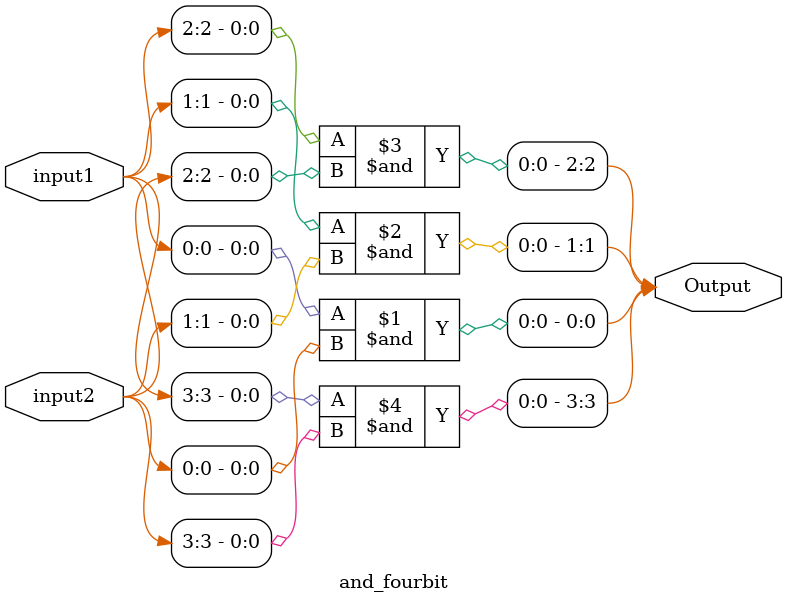
<source format=v>
module and_fourbit(input1,input2,Output);


input[3:0] input1,input2;

output[3:0] Output;

and first_And_Gate(Output[0],input1[0],input2[0]);
and second_And_Gate(Output[1],input1[1],input2[1]);
and third_And_Gate(Output[2],input1[2],input2[2]);
and fourth_And_Gate(Output[3],input1[3],input2[3]);

endmodule

</source>
